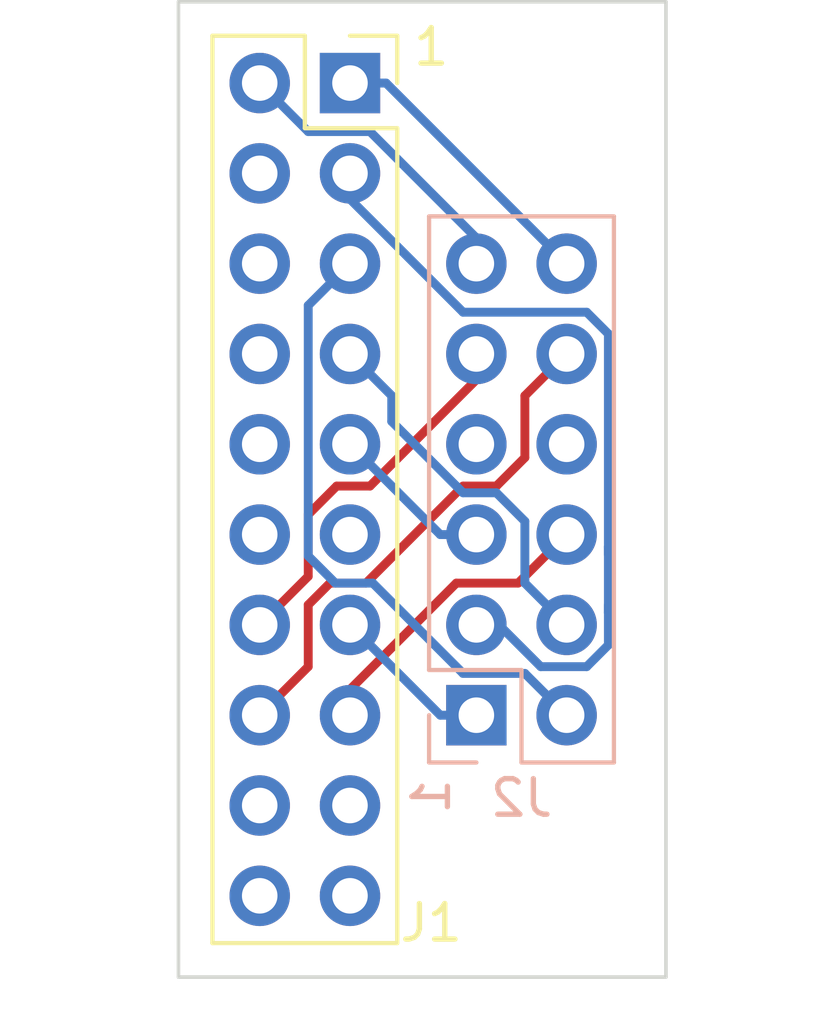
<source format=kicad_pcb>
(kicad_pcb (version 20171130) (host pcbnew 5.1.9+dfsg1-1~bpo10+1)

  (general
    (thickness 1.6)
    (drawings 6)
    (tracks 56)
    (zones 0)
    (modules 2)
    (nets 11)
  )

  (page A4)
  (layers
    (0 F.Cu signal)
    (31 B.Cu signal)
    (32 B.Adhes user)
    (33 F.Adhes user)
    (34 B.Paste user)
    (35 F.Paste user)
    (36 B.SilkS user)
    (37 F.SilkS user)
    (38 B.Mask user)
    (39 F.Mask user)
    (40 Dwgs.User user)
    (41 Cmts.User user)
    (42 Eco1.User user)
    (43 Eco2.User user)
    (44 Edge.Cuts user)
    (45 Margin user)
    (46 B.CrtYd user)
    (47 F.CrtYd user)
    (48 B.Fab user)
    (49 F.Fab user)
  )

  (setup
    (last_trace_width 0.25)
    (user_trace_width 0.508)
    (trace_clearance 0.2)
    (zone_clearance 0.508)
    (zone_45_only no)
    (trace_min 0.2)
    (via_size 0.8)
    (via_drill 0.4)
    (via_min_size 0.4)
    (via_min_drill 0.3)
    (uvia_size 0.3)
    (uvia_drill 0.1)
    (uvias_allowed no)
    (uvia_min_size 0.2)
    (uvia_min_drill 0.1)
    (edge_width 0.05)
    (segment_width 0.2)
    (pcb_text_width 0.3)
    (pcb_text_size 1.5 1.5)
    (mod_edge_width 0.12)
    (mod_text_size 1 1)
    (mod_text_width 0.15)
    (pad_size 1.524 1.524)
    (pad_drill 0.762)
    (pad_to_mask_clearance 0)
    (aux_axis_origin 75.184 103.124)
    (visible_elements FFFFFF7F)
    (pcbplotparams
      (layerselection 0x010fc_ffffffff)
      (usegerberextensions false)
      (usegerberattributes true)
      (usegerberadvancedattributes true)
      (creategerberjobfile true)
      (excludeedgelayer true)
      (linewidth 0.100000)
      (plotframeref false)
      (viasonmask false)
      (mode 1)
      (useauxorigin false)
      (hpglpennumber 1)
      (hpglpenspeed 20)
      (hpglpendiameter 15.000000)
      (psnegative false)
      (psa4output false)
      (plotreference true)
      (plotvalue true)
      (plotinvisibletext false)
      (padsonsilk false)
      (subtractmaskfromsilk false)
      (outputformat 1)
      (mirror false)
      (drillshape 0)
      (scaleselection 1)
      (outputdirectory ""))
  )

  (net 0 "")
  (net 1 "Net-(J1-Pad16)")
  (net 2 "Net-(J1-Pad15)")
  (net 3 "Net-(J1-Pad14)")
  (net 4 "Net-(J1-Pad13)")
  (net 5 "Net-(J1-Pad9)")
  (net 6 "Net-(J1-Pad7)")
  (net 7 "Net-(J1-Pad5)")
  (net 8 "Net-(J1-Pad3)")
  (net 9 "Net-(J1-Pad2)")
  (net 10 "Net-(J1-Pad1)")

  (net_class Default "This is the default net class."
    (clearance 0.2)
    (trace_width 0.25)
    (via_dia 0.8)
    (via_drill 0.4)
    (uvia_dia 0.3)
    (uvia_drill 0.1)
    (add_net "Net-(J1-Pad1)")
    (add_net "Net-(J1-Pad13)")
    (add_net "Net-(J1-Pad14)")
    (add_net "Net-(J1-Pad15)")
    (add_net "Net-(J1-Pad16)")
    (add_net "Net-(J1-Pad2)")
    (add_net "Net-(J1-Pad3)")
    (add_net "Net-(J1-Pad5)")
    (add_net "Net-(J1-Pad7)")
    (add_net "Net-(J1-Pad9)")
  )

  (module Connector_PinSocket_2.54mm:PinSocket_2x10_P2.54mm_Vertical (layer F.Cu) (tedit 5A19A427) (tstamp 6082D8BF)
    (at 80.01 77.978)
    (descr "Through hole straight socket strip, 2x10, 2.54mm pitch, double cols (from Kicad 4.0.7), script generated")
    (tags "Through hole socket strip THT 2x10 2.54mm double row")
    (path /6082CF1B)
    (fp_text reference J1 (at 2.286 23.622) (layer F.SilkS)
      (effects (font (size 1 1) (thickness 0.15)))
    )
    (fp_text value Conn_02x10_Odd_Even (at -1.27 25.63) (layer F.Fab)
      (effects (font (size 1 1) (thickness 0.15)))
    )
    (fp_line (start -4.34 24.6) (end -4.34 -1.8) (layer F.CrtYd) (width 0.05))
    (fp_line (start 1.76 24.6) (end -4.34 24.6) (layer F.CrtYd) (width 0.05))
    (fp_line (start 1.76 -1.8) (end 1.76 24.6) (layer F.CrtYd) (width 0.05))
    (fp_line (start -4.34 -1.8) (end 1.76 -1.8) (layer F.CrtYd) (width 0.05))
    (fp_line (start 0 -1.33) (end 1.33 -1.33) (layer F.SilkS) (width 0.12))
    (fp_line (start 1.33 -1.33) (end 1.33 0) (layer F.SilkS) (width 0.12))
    (fp_line (start -1.27 -1.33) (end -1.27 1.27) (layer F.SilkS) (width 0.12))
    (fp_line (start -1.27 1.27) (end 1.33 1.27) (layer F.SilkS) (width 0.12))
    (fp_line (start 1.33 1.27) (end 1.33 24.19) (layer F.SilkS) (width 0.12))
    (fp_line (start -3.87 24.19) (end 1.33 24.19) (layer F.SilkS) (width 0.12))
    (fp_line (start -3.87 -1.33) (end -3.87 24.19) (layer F.SilkS) (width 0.12))
    (fp_line (start -3.87 -1.33) (end -1.27 -1.33) (layer F.SilkS) (width 0.12))
    (fp_line (start -3.81 24.13) (end -3.81 -1.27) (layer F.Fab) (width 0.1))
    (fp_line (start 1.27 24.13) (end -3.81 24.13) (layer F.Fab) (width 0.1))
    (fp_line (start 1.27 -0.27) (end 1.27 24.13) (layer F.Fab) (width 0.1))
    (fp_line (start 0.27 -1.27) (end 1.27 -0.27) (layer F.Fab) (width 0.1))
    (fp_line (start -3.81 -1.27) (end 0.27 -1.27) (layer F.Fab) (width 0.1))
    (fp_text user %R (at -1.27 11.43 90) (layer F.Fab)
      (effects (font (size 1 1) (thickness 0.15)))
    )
    (pad 20 thru_hole oval (at -2.54 22.86) (size 1.7 1.7) (drill 1) (layers *.Cu *.Mask))
    (pad 19 thru_hole oval (at 0 22.86) (size 1.7 1.7) (drill 1) (layers *.Cu *.Mask))
    (pad 18 thru_hole oval (at -2.54 20.32) (size 1.7 1.7) (drill 1) (layers *.Cu *.Mask))
    (pad 17 thru_hole oval (at 0 20.32) (size 1.7 1.7) (drill 1) (layers *.Cu *.Mask))
    (pad 16 thru_hole oval (at -2.54 17.78) (size 1.7 1.7) (drill 1) (layers *.Cu *.Mask)
      (net 1 "Net-(J1-Pad16)"))
    (pad 15 thru_hole oval (at 0 17.78) (size 1.7 1.7) (drill 1) (layers *.Cu *.Mask)
      (net 2 "Net-(J1-Pad15)"))
    (pad 14 thru_hole oval (at -2.54 15.24) (size 1.7 1.7) (drill 1) (layers *.Cu *.Mask)
      (net 3 "Net-(J1-Pad14)"))
    (pad 13 thru_hole oval (at 0 15.24) (size 1.7 1.7) (drill 1) (layers *.Cu *.Mask)
      (net 4 "Net-(J1-Pad13)"))
    (pad 12 thru_hole oval (at -2.54 12.7) (size 1.7 1.7) (drill 1) (layers *.Cu *.Mask))
    (pad 11 thru_hole oval (at 0 12.7) (size 1.7 1.7) (drill 1) (layers *.Cu *.Mask))
    (pad 10 thru_hole oval (at -2.54 10.16) (size 1.7 1.7) (drill 1) (layers *.Cu *.Mask))
    (pad 9 thru_hole oval (at 0 10.16) (size 1.7 1.7) (drill 1) (layers *.Cu *.Mask)
      (net 5 "Net-(J1-Pad9)"))
    (pad 8 thru_hole oval (at -2.54 7.62) (size 1.7 1.7) (drill 1) (layers *.Cu *.Mask))
    (pad 7 thru_hole oval (at 0 7.62) (size 1.7 1.7) (drill 1) (layers *.Cu *.Mask)
      (net 6 "Net-(J1-Pad7)"))
    (pad 6 thru_hole oval (at -2.54 5.08) (size 1.7 1.7) (drill 1) (layers *.Cu *.Mask))
    (pad 5 thru_hole oval (at 0 5.08) (size 1.7 1.7) (drill 1) (layers *.Cu *.Mask)
      (net 7 "Net-(J1-Pad5)"))
    (pad 4 thru_hole oval (at -2.54 2.54) (size 1.7 1.7) (drill 1) (layers *.Cu *.Mask))
    (pad 3 thru_hole oval (at 0 2.54) (size 1.7 1.7) (drill 1) (layers *.Cu *.Mask)
      (net 8 "Net-(J1-Pad3)"))
    (pad 2 thru_hole oval (at -2.54 0) (size 1.7 1.7) (drill 1) (layers *.Cu *.Mask)
      (net 9 "Net-(J1-Pad2)"))
    (pad 1 thru_hole rect (at 0 0) (size 1.7 1.7) (drill 1) (layers *.Cu *.Mask)
      (net 10 "Net-(J1-Pad1)"))
    (model ${KISYS3DMOD}/Connector_PinSocket_2.54mm.3dshapes/PinSocket_2x10_P2.54mm_Vertical.wrl
      (at (xyz 0 0 0))
      (scale (xyz 1 1 1))
      (rotate (xyz 0 0 0))
    )
  )

  (module Connector_PinHeader_2.54mm:PinHeader_2x06_P2.54mm_Vertical (layer B.Cu) (tedit 59FED5CC) (tstamp 6082D8E1)
    (at 83.566 95.758)
    (descr "Through hole straight pin header, 2x06, 2.54mm pitch, double rows")
    (tags "Through hole pin header THT 2x06 2.54mm double row")
    (path /6082DD0B)
    (fp_text reference J2 (at 1.27 2.33) (layer B.SilkS)
      (effects (font (size 1 1) (thickness 0.15)) (justify mirror))
    )
    (fp_text value Conn_02x06_Odd_Even (at 1.27 -15.03) (layer B.Fab)
      (effects (font (size 1 1) (thickness 0.15)) (justify mirror))
    )
    (fp_line (start 4.35 1.8) (end -1.8 1.8) (layer B.CrtYd) (width 0.05))
    (fp_line (start 4.35 -14.5) (end 4.35 1.8) (layer B.CrtYd) (width 0.05))
    (fp_line (start -1.8 -14.5) (end 4.35 -14.5) (layer B.CrtYd) (width 0.05))
    (fp_line (start -1.8 1.8) (end -1.8 -14.5) (layer B.CrtYd) (width 0.05))
    (fp_line (start -1.33 1.33) (end 0 1.33) (layer B.SilkS) (width 0.12))
    (fp_line (start -1.33 0) (end -1.33 1.33) (layer B.SilkS) (width 0.12))
    (fp_line (start 1.27 1.33) (end 3.87 1.33) (layer B.SilkS) (width 0.12))
    (fp_line (start 1.27 -1.27) (end 1.27 1.33) (layer B.SilkS) (width 0.12))
    (fp_line (start -1.33 -1.27) (end 1.27 -1.27) (layer B.SilkS) (width 0.12))
    (fp_line (start 3.87 1.33) (end 3.87 -14.03) (layer B.SilkS) (width 0.12))
    (fp_line (start -1.33 -1.27) (end -1.33 -14.03) (layer B.SilkS) (width 0.12))
    (fp_line (start -1.33 -14.03) (end 3.87 -14.03) (layer B.SilkS) (width 0.12))
    (fp_line (start -1.27 0) (end 0 1.27) (layer B.Fab) (width 0.1))
    (fp_line (start -1.27 -13.97) (end -1.27 0) (layer B.Fab) (width 0.1))
    (fp_line (start 3.81 -13.97) (end -1.27 -13.97) (layer B.Fab) (width 0.1))
    (fp_line (start 3.81 1.27) (end 3.81 -13.97) (layer B.Fab) (width 0.1))
    (fp_line (start 0 1.27) (end 3.81 1.27) (layer B.Fab) (width 0.1))
    (fp_text user %R (at 1.27 -6.35 270) (layer B.Fab)
      (effects (font (size 1 1) (thickness 0.15)) (justify mirror))
    )
    (pad 12 thru_hole oval (at 2.54 -12.7) (size 1.7 1.7) (drill 1) (layers *.Cu *.Mask)
      (net 10 "Net-(J1-Pad1)"))
    (pad 11 thru_hole oval (at 0 -12.7) (size 1.7 1.7) (drill 1) (layers *.Cu *.Mask)
      (net 9 "Net-(J1-Pad2)"))
    (pad 10 thru_hole oval (at 2.54 -10.16) (size 1.7 1.7) (drill 1) (layers *.Cu *.Mask)
      (net 1 "Net-(J1-Pad16)"))
    (pad 9 thru_hole oval (at 0 -10.16) (size 1.7 1.7) (drill 1) (layers *.Cu *.Mask)
      (net 3 "Net-(J1-Pad14)"))
    (pad 8 thru_hole oval (at 2.54 -7.62) (size 1.7 1.7) (drill 1) (layers *.Cu *.Mask))
    (pad 7 thru_hole oval (at 0 -7.62) (size 1.7 1.7) (drill 1) (layers *.Cu *.Mask))
    (pad 6 thru_hole oval (at 2.54 -5.08) (size 1.7 1.7) (drill 1) (layers *.Cu *.Mask)
      (net 2 "Net-(J1-Pad15)"))
    (pad 5 thru_hole oval (at 0 -5.08) (size 1.7 1.7) (drill 1) (layers *.Cu *.Mask)
      (net 5 "Net-(J1-Pad9)"))
    (pad 4 thru_hole oval (at 2.54 -2.54) (size 1.7 1.7) (drill 1) (layers *.Cu *.Mask)
      (net 6 "Net-(J1-Pad7)"))
    (pad 3 thru_hole oval (at 0 -2.54) (size 1.7 1.7) (drill 1) (layers *.Cu *.Mask)
      (net 8 "Net-(J1-Pad3)"))
    (pad 2 thru_hole oval (at 2.54 0) (size 1.7 1.7) (drill 1) (layers *.Cu *.Mask)
      (net 7 "Net-(J1-Pad5)"))
    (pad 1 thru_hole rect (at 0 0) (size 1.7 1.7) (drill 1) (layers *.Cu *.Mask)
      (net 4 "Net-(J1-Pad13)"))
    (model ${KISYS3DMOD}/Connector_PinHeader_2.54mm.3dshapes/PinHeader_2x06_P2.54mm_Vertical.wrl
      (at (xyz 0 0 0))
      (scale (xyz 1 1 1))
      (rotate (xyz 0 0 0))
    )
  )

  (gr_text 1 (at 82.296 76.962) (layer F.SilkS)
    (effects (font (size 1 1) (thickness 0.15)))
  )
  (gr_text 1 (at 82.296 98.044 90) (layer B.SilkS)
    (effects (font (size 1 1) (thickness 0.15)) (justify mirror))
  )
  (gr_line (start 88.9 75.692) (end 88.9 103.124) (layer Edge.Cuts) (width 0.1))
  (gr_line (start 75.184 75.692) (end 88.9 75.692) (layer Edge.Cuts) (width 0.1))
  (gr_line (start 75.184 103.124) (end 75.184 75.692) (layer Edge.Cuts) (width 0.1))
  (gr_line (start 88.9 103.124) (end 75.184 103.124) (layer Edge.Cuts) (width 0.1))

  (segment (start 84.130001 89.313001) (end 84.930999 88.512003) (width 0.25) (layer F.Cu) (net 1))
  (segment (start 84.930999 86.773001) (end 86.106 85.598) (width 0.25) (layer F.Cu) (net 1))
  (segment (start 83.191997 89.313001) (end 84.130001 89.313001) (width 0.25) (layer F.Cu) (net 1))
  (segment (start 80.461999 92.042999) (end 83.191997 89.313001) (width 0.25) (layer F.Cu) (net 1))
  (segment (start 79.445999 92.042999) (end 80.461999 92.042999) (width 0.25) (layer F.Cu) (net 1))
  (segment (start 84.930999 88.512003) (end 84.930999 86.773001) (width 0.25) (layer F.Cu) (net 1))
  (segment (start 78.834999 92.653999) (end 79.445999 92.042999) (width 0.25) (layer F.Cu) (net 1))
  (segment (start 78.834999 94.393001) (end 78.834999 92.653999) (width 0.25) (layer F.Cu) (net 1))
  (segment (start 77.47 95.758) (end 78.834999 94.393001) (width 0.25) (layer F.Cu) (net 1))
  (segment (start 83.001999 92.042999) (end 84.741001 92.042999) (width 0.25) (layer F.Cu) (net 2))
  (segment (start 84.741001 92.042999) (end 86.106 90.678) (width 0.25) (layer F.Cu) (net 2))
  (segment (start 80.01 95.034998) (end 83.001999 92.042999) (width 0.25) (layer F.Cu) (net 2))
  (segment (start 80.01 95.758) (end 80.01 95.034998) (width 0.25) (layer F.Cu) (net 2))
  (segment (start 83.566 86.321002) (end 83.566 85.598) (width 0.25) (layer F.Cu) (net 3))
  (segment (start 79.635997 89.313001) (end 80.574001 89.313001) (width 0.25) (layer F.Cu) (net 3))
  (segment (start 78.834999 90.113999) (end 79.635997 89.313001) (width 0.25) (layer F.Cu) (net 3))
  (segment (start 80.574001 89.313001) (end 83.566 86.321002) (width 0.25) (layer F.Cu) (net 3))
  (segment (start 78.834999 91.853001) (end 78.834999 90.113999) (width 0.25) (layer F.Cu) (net 3))
  (segment (start 77.47 93.218) (end 78.834999 91.853001) (width 0.25) (layer F.Cu) (net 3))
  (segment (start 82.55 95.758) (end 83.566 95.758) (width 0.25) (layer B.Cu) (net 4))
  (segment (start 80.01 93.218) (end 82.55 95.758) (width 0.25) (layer B.Cu) (net 4))
  (segment (start 82.55 90.678) (end 83.566 90.678) (width 0.25) (layer B.Cu) (net 5))
  (segment (start 80.01 88.138) (end 82.55 90.678) (width 0.25) (layer B.Cu) (net 5))
  (segment (start 84.930999 92.042999) (end 86.106 93.218) (width 0.25) (layer B.Cu) (net 6))
  (segment (start 84.930999 90.303997) (end 84.930999 92.042999) (width 0.25) (layer B.Cu) (net 6))
  (segment (start 84.130001 89.502999) (end 84.930999 90.303997) (width 0.25) (layer B.Cu) (net 6))
  (segment (start 83.191997 89.502999) (end 84.130001 89.502999) (width 0.25) (layer B.Cu) (net 6))
  (segment (start 81.185001 87.496003) (end 83.191997 89.502999) (width 0.25) (layer B.Cu) (net 6))
  (segment (start 81.185001 86.773001) (end 81.185001 87.496003) (width 0.25) (layer B.Cu) (net 6))
  (segment (start 80.01 85.598) (end 81.185001 86.773001) (width 0.25) (layer B.Cu) (net 6))
  (segment (start 84.930999 94.582999) (end 86.106 95.758) (width 0.25) (layer B.Cu) (net 7))
  (segment (start 83.191997 94.582999) (end 84.930999 94.582999) (width 0.25) (layer B.Cu) (net 7))
  (segment (start 80.651997 92.042999) (end 83.191997 94.582999) (width 0.25) (layer B.Cu) (net 7))
  (segment (start 79.596999 92.042999) (end 80.651997 92.042999) (width 0.25) (layer B.Cu) (net 7))
  (segment (start 78.834999 91.280999) (end 79.596999 92.042999) (width 0.25) (layer B.Cu) (net 7))
  (segment (start 78.834999 84.233001) (end 78.834999 91.280999) (width 0.25) (layer B.Cu) (net 7))
  (segment (start 80.01 83.058) (end 78.834999 84.233001) (width 0.25) (layer B.Cu) (net 7))
  (segment (start 84.20241 93.218) (end 83.566 93.218) (width 0.25) (layer B.Cu) (net 8))
  (segment (start 86.670001 94.393001) (end 85.377411 94.393001) (width 0.25) (layer B.Cu) (net 8))
  (segment (start 87.281001 93.782001) (end 86.670001 94.393001) (width 0.25) (layer B.Cu) (net 8))
  (segment (start 85.377411 94.393001) (end 84.20241 93.218) (width 0.25) (layer B.Cu) (net 8))
  (segment (start 86.670001 84.422999) (end 87.281001 85.033999) (width 0.25) (layer B.Cu) (net 8))
  (segment (start 83.191997 84.422999) (end 86.670001 84.422999) (width 0.25) (layer B.Cu) (net 8))
  (segment (start 80.01 81.241002) (end 83.191997 84.422999) (width 0.25) (layer B.Cu) (net 8))
  (segment (start 80.01 80.518) (end 80.01 81.241002) (width 0.25) (layer B.Cu) (net 8))
  (segment (start 87.281001 91.026999) (end 87.281001 91.242001) (width 0.25) (layer B.Cu) (net 8))
  (segment (start 87.281001 85.033999) (end 87.281001 91.026999) (width 0.25) (layer B.Cu) (net 8))
  (segment (start 87.281001 92.869001) (end 87.281001 93.782001) (width 0.25) (layer B.Cu) (net 8))
  (segment (start 87.281001 92.869001) (end 87.281001 91.026999) (width 0.25) (layer B.Cu) (net 8))
  (segment (start 87.281001 92.653999) (end 87.281001 92.869001) (width 0.25) (layer B.Cu) (net 8))
  (segment (start 83.566 82.334998) (end 83.566 83.058) (width 0.25) (layer B.Cu) (net 9))
  (segment (start 80.574001 79.342999) (end 83.566 82.334998) (width 0.25) (layer B.Cu) (net 9))
  (segment (start 78.834999 79.342999) (end 80.574001 79.342999) (width 0.25) (layer B.Cu) (net 9))
  (segment (start 77.47 77.978) (end 78.834999 79.342999) (width 0.25) (layer B.Cu) (net 9))
  (segment (start 81.026 77.978) (end 86.106 83.058) (width 0.25) (layer B.Cu) (net 10))
  (segment (start 80.01 77.978) (end 81.026 77.978) (width 0.25) (layer B.Cu) (net 10))

)

</source>
